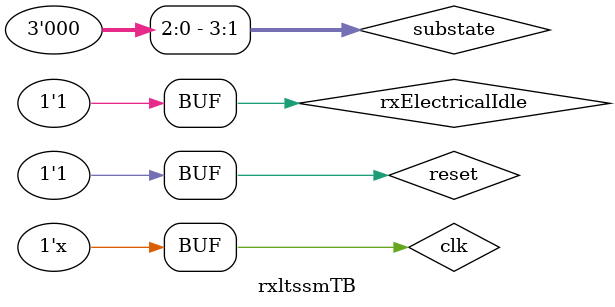
<source format=v>
module rxltssmTB;
reg clk;
reg reset;
reg [2047:0] orderedSets;
reg [4:0]numberOfDetectedLanes;
reg [3:0]substate;
reg [7:0]linkNumber;
reg forceDetect;
reg rxElectricalIdle;
reg validOrderedSets;
wire [7:0] rateid;
wire upConfigureCapability;
wire finish;
wire [3:0]exitTo;
wire linkUp;
wire witeUpconfigureCapability;
wire writerateid;
wire disableDescrambler;




RxLTSSM #(0) rxltssm(
 clk,
 reset,
 orderedSets,
 numberOfDetectedLanes,
 substate,
 linkNumber,
 forceDetect,
 rxElectricalIdle,
 validOrderedSets,
 rateid,
 upConfigureCapability,
 finish,
 exitTo,
 linkUp,
 witeUpconfigureCapability,
 writerateid,
 disableDescrambler
);

initial
begin
clk = 0;
reset = 0;
#8
reset = 1;
substate = detectQuiet;
#10
rxElectricalIdle = 1'b1;
end


always #5 clk = ~clk;

endmodule
</source>
